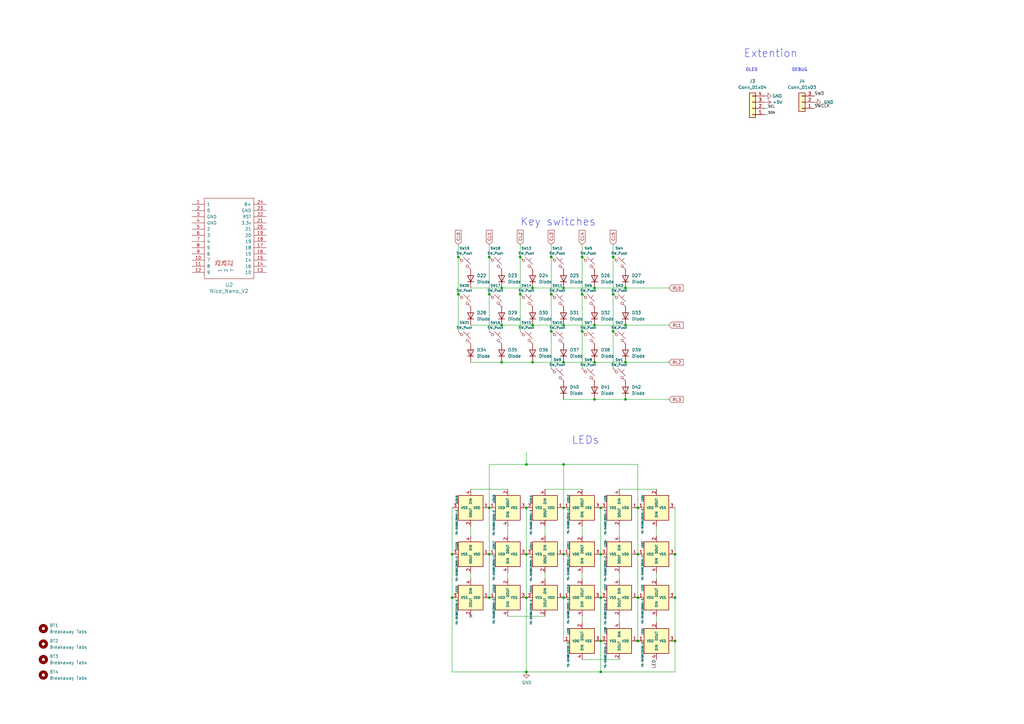
<source format=kicad_sch>
(kicad_sch (version 20250114) (generator "eeschema") (generator_version "9.0")
  (paper "A3")
  (title_block (title "Corne Left") (date "2023-10-07") (rev "4.0.0") (company "foostan"))
  (lib_symbols
    (symbol "Connector_Generic:Conn_01x03" (pin_names (offset 1.016) (hide yes))
      (property "Reference" "J" (at 0 5.08 0))
      (property "Value" "Conn_01x03" (at 0 -5.08 0))
      (symbol "Conn_01x03_1_1"
        (rectangle (start -1.27 3.81) (end 1.27 -3.81) (stroke (width 0.254)) (fill (type background)))
        (rectangle (start -1.27 2.667) (end 0 2.413) (stroke (width 0.1524)))
        (rectangle (start -1.27 0.127) (end 0 -0.127) (stroke (width 0.1524)))
        (rectangle (start -1.27 -2.413) (end 0 -2.667) (stroke (width 0.1524)))
        (pin passive line (at -5.08 2.54 0) (length 3.81) (name "Pin_1") (number "1"))
        (pin passive line (at -5.08 0 0) (length 3.81) (name "Pin_2") (number "2"))
        (pin passive line (at -5.08 -2.54 0) (length 3.81) (name "Pin_3") (number "3"))
      )
    )
    (symbol "Connector_Generic:Conn_01x04" (pin_names (offset 1.016) (hide yes))
      (property "Reference" "J" (at 0 5.08 0))
      (property "Value" "Conn_01x04" (at 0 -7.62 0))
      (symbol "Conn_01x04_1_1"
        (rectangle (start -1.27 3.81) (end 1.27 -6.35) (stroke (width 0.254)) (fill (type background)))
        (rectangle (start -1.27 2.667) (end 0 2.413) (stroke (width 0.1524)))
        (rectangle (start -1.27 0.127) (end 0 -0.127) (stroke (width 0.1524)))
        (rectangle (start -1.27 -2.413) (end 0 -2.667) (stroke (width 0.1524)))
        (rectangle (start -1.27 -4.953) (end 0 -5.207) (stroke (width 0.1524)))
        (pin passive line (at -5.08 2.54 0) (length 3.81) (name "Pin_1") (number "1"))
        (pin passive line (at -5.08 0 0) (length 3.81) (name "Pin_2") (number "2"))
        (pin passive line (at -5.08 -2.54 0) (length 3.81) (name "Pin_3") (number "3"))
        (pin passive line (at -5.08 -5.08 0) (length 3.81) (name "Pin_4") (number "4"))
      )
    )
    (symbol "Mechanical:MountingHole" (pin_names (offset 1.016))
      (property "Reference" "H" (at 0 5.08 0))
      (property "Value" "MountingHole" (at 0 3.175 0))
      (symbol "MountingHole_0_1"
        (circle (center 0 0) (radius 1.27) (stroke (width 1.27)))
      )
    )
    (symbol "ScottoKeebs:MCU_Nice_Nano_V2" (pin_names (offset 1.016))
      (property "Reference" "U" (at 0 0 0))
      (property "Value" "Nice_Nano_V2" (at 0 -19.05 0))
      (symbol "MCU_Nice_Nano_V2_0_1"
        (rectangle (start -10.16 16.51) (end 10.16 -16.51))
      )
      (symbol "MCU_Nice_Nano_V2_1_1"
        (pin input line (at -15.24 13.97 0) (length 5.08) (name "1") (number "1"))
        (pin input line (at -15.24 11.43 0) (length 5.08) (name "0") (number "2"))
        (pin input line (at -15.24 8.89 0) (length 5.08) (name "GND") (number "3"))
        (pin input line (at -15.24 6.35 0) (length 5.08) (name "GND") (number "4"))
        (pin input line (at -15.24 3.81 0) (length 5.08) (name "2") (number "5"))
        (pin input line (at -15.24 1.27 0) (length 5.08) (name "3") (number "6"))
        (pin input line (at -15.24 -1.27 0) (length 5.08) (name "4") (number "7"))
        (pin input line (at -15.24 -3.81 0) (length 5.08) (name "5") (number "8"))
        (pin input line (at -15.24 -6.35 0) (length 5.08) (name "6") (number "9"))
        (pin input line (at -15.24 -8.89 0) (length 5.08) (name "7") (number "10"))
        (pin input line (at -15.24 -11.43 0) (length 5.08) (name "8") (number "11"))
        (pin input line (at -15.24 -13.97 0) (length 5.08) (name "9") (number "12"))
        (pin input line (at -3.81 -8.89 270) (length 2.5) (name "1") (number "25"))
        (pin input line (at -1.27 -8.89 270) (length 2.5) (name "2") (number "26"))
        (pin input line (at 1.27 -8.89 270) (length 2.5) (name "7") (number "27"))
        (pin input line (at 15.24 13.97 180) (length 5.08) (name "B+") (number "24"))
        (pin input line (at 15.24 11.43 180) (length 5.08) (name "GND") (number "23"))
        (pin input line (at 15.24 8.89 180) (length 5.08) (name "RST") (number "22"))
        (pin input line (at 15.24 6.35 180) (length 5.08) (name "3.3v") (number "21"))
        (pin input line (at 15.24 3.81 180) (length 5.08) (name "21") (number "20"))
        (pin input line (at 15.24 1.27 180) (length 5.08) (name "20") (number "19"))
        (pin input line (at 15.24 -1.27 180) (length 5.08) (name "19") (number "18"))
        (pin input line (at 15.24 -3.81 180) (length 5.08) (name "18") (number "17"))
        (pin input line (at 15.24 -6.35 180) (length 5.08) (name "15") (number "16"))
        (pin input line (at 15.24 -8.89 180) (length 5.08) (name "14") (number "15"))
        (pin input line (at 15.24 -11.43 180) (length 5.08) (name "16") (number "14"))
        (pin input line (at 15.24 -13.97 180) (length 5.08) (name "10") (number "13"))
      )
    )
    (symbol "ScottoKeebs:Placeholder_Diode" (pin_numbers (hide yes)) (pin_names (hide yes))
      (property "Reference" "D" (at 0 2.54 0))
      (property "Value" "Diode" (at 0 -2.54 0))
      (symbol "Placeholder_Diode_0_1"
        (polyline (pts (xy -1.27 1.27) (xy -1.27 -1.27)) (stroke (width 0.254)))
        (polyline (pts (xy 1.27 1.27) (xy 1.27 -1.27) (xy -1.27 0) (xy 1.27 1.27)) (stroke (width 0.254)))
        (polyline (pts (xy 1.27 0) (xy -1.27 0)))
      )
      (symbol "Placeholder_Diode_1_1"
        (pin passive line (at -3.81 0 0) (length 2.54) (name "K") (number "1"))
        (pin passive line (at 3.81 0 180) (length 2.54) (name "A") (number "2"))
      )
    )
    (symbol "Switch:SW_Push_45deg" (pin_numbers (hide yes)) (pin_names (offset 1.016) (hide yes))
      (property "Reference" "SW" (at 3.048 1.016 0))
      (property "Value" "SW_Push_45deg" (at 0 -3.81 0))
      (symbol "SW_Push_45deg_0_1"
        (polyline (pts (xy -2.54 2.54) (xy -1.524 1.524) (xy -1.524 1.524)))
        (circle (center -1.1684 1.1684) (radius 0.508))
        (polyline (pts (xy -0.508 2.54) (xy 2.54 -0.508)))
        (polyline (pts (xy 1.016 1.016) (xy 2.032 2.032)))
        (circle (center 1.143 -1.1938) (radius 0.508))
        (polyline (pts (xy 1.524 -1.524) (xy 2.54 -2.54) (xy 2.54 -2.54) (xy 2.54 -2.54)))
        (pin passive line (at -2.54 2.54 0) (length 0) (name "1") (number "1"))
        (pin passive line (at 2.54 -2.54 180) (length 0) (name "2") (number "2"))
      )
    )
    (symbol "kbd_local:YS-SK6812MINI-E" (pin_names (offset 1.016))
      (property "Reference" "LED" (at 2.54 -7.62 0))
      (property "Value" "YS-SK6812MINI-E" (at 6.35 -6.35 0))
      (symbol "YS-SK6812MINI-E_0_1"
        (rectangle (start -5.08 5.08) (end 5.08 -5.08) (stroke (width 0.254)) (fill (type background)))
      )
      (symbol "YS-SK6812MINI-E_1_1"
        (pin input line (at -7.62 0 0) (length 2.54) (name "DIN") (number "4"))
        (pin power_in line (at 0 7.62 270) (length 2.54) (name "VDD") (number "1"))
        (pin power_in line (at 0 -7.62 90) (length 2.54) (name "VSS") (number "3"))
        (pin output line (at 7.62 0 180) (length 2.54) (name "DOUT") (number "2"))
      )
    )
    (symbol "power:+5V" (power) (pin_names (offset 0))
      (property "Value" "+5V" (at 0 3.556 0))
      (symbol "+5V_0_1"
        (polyline (pts (xy -0.762 1.27) (xy 0 2.54)))
        (polyline (pts (xy 0 2.54) (xy 0.762 1.27)))
        (polyline (pts (xy 0 0) (xy 0 2.54)))
      )
      (symbol "+5V_1_1"
        (pin power_in line (at 0 0 90) (length 0) (hide yes) (name "+5V") (number "1"))
      )
    )
    (symbol "power:GND" (power) (pin_names (offset 0))
      (property "Value" "GND" (at 0 -3.81 0))
      (symbol "GND_0_1"
        (polyline (pts (xy 0 0) (xy 0 -1.27) (xy 1.27 -1.27) (xy 0 -2.54) (xy -1.27 -1.27) (xy 0 -1.27)))
      )
      (symbol "GND_1_1"
        (pin power_in line (at 0 0 270) (length 0) (hide yes) (name "GND") (number "1"))
      )
    )
  )
  (text "Key switches" (at 213.36 92.964 0) (effects (font (size 3.175 3.175)) (justify left bottom)))
  (text "OLED" (at 305.816 29.464 0) (effects (font (size 1.27 1.27)) (justify left bottom)))
  (text "DEBUG" (at 324.739 29.464 0) (effects (font (size 1.27 1.27)) (justify left bottom)))
  (text "LEDs" (at 234.442 182.499 0) (effects (font (size 3.175 3.175)) (justify left bottom)))
  (text "Extention" (at 305.054 23.876 0) (effects (font (size 3.175 3.175)) (justify left bottom)))
  (junction (at 215.9 208.28))
  (junction (at 215.9 190.5))
  (junction (at 276.86 262.89))
  (junction (at 256.54 148.59))
  (junction (at 200.66 245.11))
  (junction (at 231.14 245.11))
  (junction (at 218.44 148.59))
  (junction (at 238.76 120.65))
  (junction (at 243.84 133.35))
  (junction (at 256.54 163.83))
  (junction (at 251.46 135.89))
  (junction (at 246.38 262.89))
  (junction (at 246.38 227.33))
  (junction (at 215.9 227.33))
  (junction (at 185.42 245.11))
  (junction (at 256.54 118.11))
  (junction (at 243.84 118.11))
  (junction (at 243.84 163.83))
  (junction (at 187.96 120.65))
  (junction (at 243.84 148.59))
  (junction (at 276.86 245.11))
  (junction (at 231.14 133.35))
  (junction (at 213.36 120.65))
  (junction (at 215.9 245.11))
  (junction (at 231.14 227.33))
  (junction (at 246.38 245.11))
  (junction (at 187.96 105.41))
  (junction (at 256.54 133.35))
  (junction (at 205.74 118.11))
  (junction (at 200.66 120.65))
  (junction (at 238.76 135.89))
  (junction (at 205.74 133.35))
  (junction (at 215.9 275.59))
  (junction (at 200.66 105.41))
  (junction (at 261.62 227.33))
  (junction (at 246.38 275.59))
  (junction (at 251.46 120.65))
  (junction (at 261.62 208.28))
  (junction (at 231.14 118.11))
  (junction (at 205.74 148.59))
  (junction (at 231.14 190.5))
  (junction (at 226.06 120.65))
  (junction (at 218.44 133.35))
  (junction (at 261.62 262.89))
  (junction (at 238.76 105.41))
  (junction (at 251.46 105.41))
  (junction (at 226.06 135.89))
  (junction (at 261.62 245.11))
  (junction (at 231.14 148.59))
  (junction (at 200.66 227.33))
  (junction (at 231.14 208.28))
  (junction (at 276.86 227.33))
  (junction (at 226.06 105.41))
  (junction (at 213.36 105.41))
  (junction (at 218.44 118.11))
  (junction (at 185.42 227.33))
  (junction (at 200.66 208.28))
  (junction (at 246.38 208.28))
  (no_connect (at 193.04 252.73))
  (wire (pts (xy 261.62 208.28) (xy 261.62 227.33)))
  (wire (pts (xy 251.46 135.89) (xy 251.46 151.13)))
  (wire (pts (xy 218.44 148.59) (xy 231.14 148.59)))
  (wire (pts (xy 185.42 227.33) (xy 185.42 245.11)))
  (wire (pts (xy 193.04 118.11) (xy 205.74 118.11)))
  (wire (pts (xy 231.14 163.83) (xy 243.84 163.83)))
  (wire (pts (xy 256.54 133.35) (xy 274.32 133.35)))
  (wire (pts (xy 276.86 208.28) (xy 276.86 227.33)))
  (wire (pts (xy 185.42 275.59) (xy 215.9 275.59)))
  (wire (pts (xy 231.14 245.11) (xy 231.14 262.89)))
  (wire (pts (xy 246.38 245.11) (xy 246.38 262.89)))
  (wire (pts (xy 231.14 118.11) (xy 243.84 118.11)))
  (wire (pts (xy 246.38 227.33) (xy 246.38 245.11)))
  (wire (pts (xy 251.46 120.65) (xy 251.46 135.89)))
  (wire (pts (xy 200.66 120.65) (xy 200.66 135.89)))
  (wire (pts (xy 226.06 105.41) (xy 226.06 120.65)))
  (wire (pts (xy 226.06 100.33) (xy 226.06 105.41)))
  (wire (pts (xy 254 270.51) (xy 238.76 270.51)))
  (wire (pts (xy 261.62 190.5) (xy 261.62 208.28)))
  (wire (pts (xy 256.54 118.11) (xy 274.32 118.11)))
  (wire (pts (xy 205.74 118.11) (xy 218.44 118.11)))
  (wire (pts (xy 193.04 133.35) (xy 205.74 133.35)))
  (wire (pts (xy 314.96 44.45) (xy 313.69 44.45)))
  (wire (pts (xy 213.36 105.41) (xy 213.36 120.65)))
  (wire (pts (xy 231.14 190.5) (xy 261.62 190.5)))
  (wire (pts (xy 231.14 148.59) (xy 243.84 148.59)))
  (wire (pts (xy 238.76 219.71) (xy 238.76 215.9)))
  (wire (pts (xy 256.54 148.59) (xy 274.32 148.59)))
  (wire (pts (xy 254 215.9) (xy 254 219.71)))
  (wire (pts (xy 243.84 133.35) (xy 256.54 133.35)))
  (wire (pts (xy 238.76 237.49) (xy 238.76 234.95)))
  (wire (pts (xy 218.44 118.11) (xy 231.14 118.11)))
  (wire (pts (xy 215.9 208.28) (xy 215.9 227.33)))
  (wire (pts (xy 215.9 245.11) (xy 215.9 275.59)))
  (wire (pts (xy 200.66 105.41) (xy 200.66 120.65)))
  (wire (pts (xy 208.28 219.71) (xy 208.28 215.9)))
  (wire (pts (xy 276.86 275.59) (xy 246.38 275.59)))
  (wire (pts (xy 213.36 120.65) (xy 213.36 135.89)))
  (wire (pts (xy 200.66 190.5) (xy 200.66 208.28)))
  (wire (pts (xy 215.9 275.59) (xy 246.38 275.59)))
  (wire (pts (xy 269.24 215.9) (xy 269.24 219.71)))
  (wire (pts (xy 215.9 190.5) (xy 231.14 190.5)))
  (wire (pts (xy 200.66 100.33) (xy 200.66 105.41)))
  (wire (pts (xy 238.76 252.73) (xy 238.76 255.27)))
  (wire (pts (xy 193.04 148.59) (xy 205.74 148.59)))
  (wire (pts (xy 231.14 227.33) (xy 231.14 245.11)))
  (wire (pts (xy 238.76 200.66) (xy 223.52 200.66)))
  (wire (pts (xy 223.52 234.95) (xy 223.52 237.49)))
  (wire (pts (xy 208.28 200.66) (xy 193.04 200.66)))
  (wire (pts (xy 208.28 252.73) (xy 223.52 252.73)))
  (wire (pts (xy 254 234.95) (xy 254 237.49)))
  (wire (pts (xy 193.04 215.9) (xy 193.04 219.71)))
  (wire (pts (xy 314.96 46.99) (xy 313.69 46.99)))
  (wire (pts (xy 269.24 234.95) (xy 269.24 237.49)))
  (wire (pts (xy 226.06 120.65) (xy 226.06 135.89)))
  (wire (pts (xy 213.36 100.33) (xy 213.36 105.41)))
  (wire (pts (xy 238.76 120.65) (xy 238.76 135.89)))
  (wire (pts (xy 246.38 262.89) (xy 246.38 275.59)))
  (wire (pts (xy 215.9 190.5) (xy 200.66 190.5)))
  (wire (pts (xy 256.54 163.83) (xy 274.32 163.83)))
  (wire (pts (xy 223.52 219.71) (xy 223.52 215.9)))
  (wire (pts (xy 218.44 133.35) (xy 231.14 133.35)))
  (wire (pts (xy 187.96 105.41) (xy 187.96 120.65)))
  (wire (pts (xy 243.84 148.59) (xy 256.54 148.59)))
  (wire (pts (xy 238.76 105.41) (xy 238.76 120.65)))
  (wire (pts (xy 238.76 135.89) (xy 238.76 151.13)))
  (wire (pts (xy 226.06 135.89) (xy 226.06 151.13)))
  (wire (pts (xy 276.86 245.11) (xy 276.86 262.89)))
  (wire (pts (xy 251.46 100.33) (xy 251.46 105.41)))
  (wire (pts (xy 187.96 100.33) (xy 187.96 105.41)))
  (wire (pts (xy 205.74 133.35) (xy 218.44 133.35)))
  (wire (pts (xy 261.62 227.33) (xy 261.62 245.11)))
  (wire (pts (xy 269.24 252.73) (xy 269.24 255.27)))
  (wire (pts (xy 231.14 208.28) (xy 231.14 227.33)))
  (wire (pts (xy 243.84 118.11) (xy 256.54 118.11)))
  (wire (pts (xy 251.46 105.41) (xy 251.46 120.65)))
  (wire (pts (xy 243.84 163.83) (xy 256.54 163.83)))
  (wire (pts (xy 208.28 237.49) (xy 208.28 234.95)))
  (wire (pts (xy 276.86 227.33) (xy 276.86 245.11)))
  (wire (pts (xy 185.42 245.11) (xy 185.42 275.59)))
  (wire (pts (xy 193.04 234.95) (xy 193.04 237.49)))
  (wire (pts (xy 231.14 133.35) (xy 243.84 133.35)))
  (wire (pts (xy 254 200.66) (xy 269.24 200.66)))
  (wire (pts (xy 246.38 208.28) (xy 246.38 227.33)))
  (wire (pts (xy 276.86 262.89) (xy 276.86 275.59)))
  (wire (pts (xy 215.9 227.33) (xy 215.9 245.11)))
  (wire (pts (xy 238.76 100.33) (xy 238.76 105.41)))
  (wire (pts (xy 185.42 208.28) (xy 185.42 227.33)))
  (wire (pts (xy 215.9 185.42) (xy 215.9 190.5)))
  (wire (pts (xy 205.74 148.59) (xy 218.44 148.59)))
  (wire (pts (xy 200.66 208.28) (xy 200.66 227.33)))
  (wire (pts (xy 254 252.73) (xy 254 255.27)))
  (wire (pts (xy 200.66 227.33) (xy 200.66 245.11)))
  (wire (pts (xy 261.62 245.11) (xy 261.62 262.89)))
  (wire (pts (xy 231.14 190.5) (xy 231.14 208.28)))
  (wire (pts (xy 187.96 120.65) (xy 187.96 135.89)))
  (label "SCL" (at 314.96 44.45 0) (effects (font (size 1 1))))
  (label "SDA" (at 314.96 46.99 0) (effects (font (size 1 1))))
  (label "SWCLK" (at 334.01 44.45 0))
  (label "SWD" (at 334.01 39.37 0))
  (label "LED" (at 269.24 270.51 270))
  (global_label "CL1" (shape input) (at 200.66 100.33 90) (property "Intersheetrefs" "${INTERSHEET_REFS}" (effects (hide yes))))
  (global_label "RL3" (shape input) (at 274.32 163.83 0) (property "Intersheetrefs" "${INTERSHEET_REFS}" (effects (hide yes))))
  (global_label "CL5" (shape input) (at 251.46 100.33 90) (property "Intersheetrefs" "${INTERSHEET_REFS}" (effects (hide yes))))
  (global_label "RL0" (shape input) (at 274.32 118.11 0) (property "Intersheetrefs" "${INTERSHEET_REFS}" (effects (hide yes))))
  (global_label "RL1" (shape input) (at 274.32 133.35 0) (property "Intersheetrefs" "${INTERSHEET_REFS}" (effects (hide yes))))
  (global_label "CL0" (shape input) (at 187.96 100.33 90) (property "Intersheetrefs" "${INTERSHEET_REFS}" (effects (hide yes))))
  (global_label "CL2" (shape input) (at 213.36 100.33 90) (property "Intersheetrefs" "${INTERSHEET_REFS}" (effects (hide yes))))
  (global_label "CL3" (shape input) (at 226.06 100.33 90) (property "Intersheetrefs" "${INTERSHEET_REFS}" (effects (hide yes))))
  (global_label "RL2" (shape input) (at 274.32 148.59 0) (property "Intersheetrefs" "${INTERSHEET_REFS}" (effects (hide yes))))
  (global_label "CL4" (shape input) (at 238.76 100.33 90) (property "Intersheetrefs" "${INTERSHEET_REFS}" (effects (hide yes))))
  (symbol (lib_id "kbd_local:YS-SK6812MINI-E") (at 208.28 227.33 90) (unit 1)
    (property "Reference" "LED17" (at 202.565 225.425 0) (effects (font (size 0.7366 0.7366)) (justify left)))
    (property "Value" "YS-SK6812MINI-E" (at 202.565 238.125 0) (effects (font (size 0.7366 0.7366)) (justify left)))
    (property "Footprint" "kbd:YS-SK6812MINI-E" (effects (hide yes)))
  )
  (symbol (lib_id "ScottoKeebs:Placeholder_Diode") (at 243.84 114.3 90) (unit 1)
    (property "Reference" "D26" (at 246.38 113.0299 90) (effects (justify right)))
    (property "Value" "Diode" (at 246.38 115.5699 90) (effects (justify right)))
    (property "Footprint" "Diode_SMD:D_SOD-123" (effects (hide yes)))
    (property "Description" "1N4148 (DO-35) or 1N4148W (SOD-123)" (effects (hide yes)))
    (property "Sim.Device" "D" (effects (hide yes)))
    (property "Sim.Pins" "1=K 2=A" (effects (hide yes)))
  )
  (symbol (lib_id "Switch:SW_Push_45deg") (at 241.3 107.95 0) (unit 1)
    (property "Reference" "SW5" (at 241.3 101.854 0) (effects (font (size 1 1))))
    (property "Value" "SW_Push" (at 241.3 103.886 0) (effects (font (size 1 1))))
    (property "Footprint" "kbd:keyswitch_cherrymx_hotswap_1u" (effects (hide yes)))
    (property "Description" "Push button switch, normally open, two pins, 45° tilted" (effects (hide yes)))
  )
  (symbol (lib_id "kbd_local:YS-SK6812MINI-E") (at 254 227.33 270) (unit 1)
    (property "Reference" "LED6" (at 248.285 221.615 0) (effects (font (size 0.7366 0.7366)) (justify left)))
    (property "Value" "YS-SK6812MINI-E" (at 248.285 227.965 0) (effects (font (size 0.7366 0.7366)) (justify left)))
    (property "Footprint" "kbd:YS-SK6812MINI-E" (effects (hide yes)))
  )
  (symbol (lib_id "kbd_local:YS-SK6812MINI-E") (at 269.24 208.28 90) (unit 1)
    (property "Reference" "LED4" (at 263.525 205.74 0) (effects (font (size 0.7366 0.7366)) (justify left)))
    (property "Value" "YS-SK6812MINI-E" (at 263.525 219.075 0) (effects (font (size 0.7366 0.7366)) (justify left)))
    (property "Footprint" "kbd:YS-SK6812MINI-E" (effects (hide yes)))
  )
  (symbol (lib_id "Switch:SW_Push_45deg") (at 254 107.95 0) (unit 1)
    (property "Reference" "SW4" (at 254 101.854 0) (effects (font (size 1 1))))
    (property "Value" "SW_Push" (at 254 103.886 0) (effects (font (size 1 1))))
    (property "Footprint" "kbd:keyswitch_cherrymx_hotswap_1u" (effects (hide yes)))
    (property "Description" "Push button switch, normally open, two pins, 45° tilted" (effects (hide yes)))
  )
  (symbol (lib_id "ScottoKeebs:Placeholder_Diode") (at 256.54 129.54 90) (unit 1)
    (property "Reference" "D33" (at 259.08 128.2699 90) (effects (justify right)))
    (property "Value" "Diode" (at 259.08 130.8099 90) (effects (justify right)))
    (property "Footprint" "Diode_SMD:D_SOD-123" (effects (hide yes)))
    (property "Description" "1N4148 (DO-35) or 1N4148W (SOD-123)" (effects (hide yes)))
    (property "Sim.Device" "D" (effects (hide yes)))
    (property "Sim.Pins" "1=K 2=A" (effects (hide yes)))
  )
  (symbol (lib_id "Switch:SW_Push_45deg") (at 228.6 107.95 0) (unit 1)
    (property "Reference" "SW12" (at 228.6 101.854 0) (effects (font (size 1 1))))
    (property "Value" "SW_Push" (at 228.6 103.886 0) (effects (font (size 1 1))))
    (property "Footprint" "kbd:keyswitch_cherrymx_hotswap_1u" (effects (hide yes)))
    (property "Description" "Push button switch, normally open, two pins, 45° tilted" (effects (hide yes)))
  )
  (symbol (lib_id "Switch:SW_Push_45deg") (at 241.3 138.43 0) (unit 1)
    (property "Reference" "SW7" (at 241.3 132.334 0) (effects (font (size 1 1))))
    (property "Value" "SW_Push" (at 241.3 134.366 0) (effects (font (size 1 1))))
    (property "Footprint" "kbd:keyswitch_cherrymx_hotswap_1u" (effects (hide yes)))
    (property "Description" "Push button switch, normally open, two pins, 45° tilted" (effects (hide yes)))
  )
  (symbol (lib_id "Switch:SW_Push_45deg") (at 190.5 138.43 0) (unit 1)
    (property "Reference" "SW21" (at 190.5 132.334 0) (effects (font (size 1 1))))
    (property "Value" "SW_Push" (at 190.5 134.366 0) (effects (font (size 1 1))))
    (property "Footprint" "kbd:keyswitch_cherrymx_hotswap_1u" (effects (hide yes)))
    (property "Description" "Push button switch, normally open, two pins, 45° tilted" (effects (hide yes)))
  )
  (symbol (lib_id "kbd_local:YS-SK6812MINI-E") (at 208.28 208.28 90) (unit 1)
    (property "Reference" "LED18" (at 202.565 206.375 0) (effects (font (size 0.7366 0.7366)) (justify left)))
    (property "Value" "YS-SK6812MINI-E" (at 202.565 219.71 0) (effects (font (size 0.7366 0.7366)) (justify left)))
    (property "Footprint" "kbd:YS-SK6812MINI-E" (effects (hide yes)))
  )
  (symbol (lib_id "power:GND") (at 215.9 275.59 0) (unit 1)
    (property "Reference" "#PWR035" (effects (hide yes)))
    (property "Value" "GND" (at 216.027 279.9842 0))
  )
  (symbol (lib_id "Switch:SW_Push_45deg") (at 190.5 107.95 0) (unit 1)
    (property "Reference" "SW19" (at 190.5 101.854 0) (effects (font (size 1 1))))
    (property "Value" "SW_Push" (at 190.5 103.886 0) (effects (font (size 1 1))))
    (property "Footprint" "kbd:keyswitch_cherrymx_hotswap_1u" (effects (hide yes)))
    (property "Description" "Push button switch, normally open, two pins, 45° tilted" (effects (hide yes)))
  )
  (symbol (lib_id "kbd_local:YS-SK6812MINI-E") (at 238.76 227.33 90) (unit 1)
    (property "Reference" "LED11" (at 233.045 225.425 0) (effects (font (size 0.7366 0.7366)) (justify left)))
    (property "Value" "YS-SK6812MINI-E" (at 233.045 238.125 0) (effects (font (size 0.7366 0.7366)) (justify left)))
    (property "Footprint" "kbd:YS-SK6812MINI-E" (effects (hide yes)))
  )
  (symbol (lib_id "kbd_local:YS-SK6812MINI-E") (at 269.24 245.11 90) (unit 1)
    (property "Reference" "LED2" (at 263.525 242.57 0) (effects (font (size 0.7366 0.7366)) (justify left)))
    (property "Value" "YS-SK6812MINI-E" (at 263.525 255.905 0) (effects (font (size 0.7366 0.7366)) (justify left)))
    (property "Footprint" "kbd:YS-SK6812MINI-E" (effects (hide yes)))
  )
  (symbol (lib_id "Switch:SW_Push_45deg") (at 241.3 123.19 0) (unit 1)
    (property "Reference" "SW6" (at 241.3 117.094 0) (effects (font (size 1 1))))
    (property "Value" "SW_Push" (at 241.3 119.126 0) (effects (font (size 1 1))))
    (property "Footprint" "kbd:keyswitch_cherrymx_hotswap_1u" (effects (hide yes)))
    (property "Description" "Push button switch, normally open, two pins, 45° tilted" (effects (hide yes)))
  )
  (symbol (lib_id "power:+5V") (at 313.69 41.91 270) (unit 1)
    (property "Reference" "#PWR061" (effects (hide yes)))
    (property "Value" "+5V" (at 316.865 41.91 90) (effects (justify left)))
  )
  (symbol (lib_id "ScottoKeebs:Placeholder_Diode") (at 218.44 129.54 90) (unit 1)
    (property "Reference" "D30" (at 220.98 128.2699 90) (effects (justify right)))
    (property "Value" "Diode" (at 220.98 130.8099 90) (effects (justify right)))
    (property "Footprint" "Diode_SMD:D_SOD-123" (effects (hide yes)))
    (property "Description" "1N4148 (DO-35) or 1N4148W (SOD-123)" (effects (hide yes)))
    (property "Sim.Device" "D" (effects (hide yes)))
    (property "Sim.Pins" "1=K 2=A" (effects (hide yes)))
  )
  (symbol (lib_id "kbd_local:YS-SK6812MINI-E") (at 254 208.28 270) (unit 1)
    (property "Reference" "LED5" (at 248.285 203.2 0) (effects (font (size 0.7366 0.7366)) (justify left)))
    (property "Value" "YS-SK6812MINI-E" (at 248.285 208.915 0) (effects (font (size 0.7366 0.7366)) (justify left)))
    (property "Footprint" "kbd:YS-SK6812MINI-E" (effects (hide yes)))
  )
  (symbol (lib_id "Switch:SW_Push_45deg") (at 254 153.67 0) (unit 1)
    (property "Reference" "SW1" (at 254 147.574 0) (effects (font (size 1 1))))
    (property "Value" "SW_Push" (at 254 149.606 0) (effects (font (size 1 1))))
    (property "Footprint" "kbd:keyswitch_cherrymx_hotswap_1.5u" (effects (hide yes)))
    (property "Description" "Push button switch, normally open, two pins, 45° tilted" (effects (hide yes)))
  )
  (symbol (lib_id "Switch:SW_Push_45deg") (at 215.9 123.19 0) (unit 1)
    (property "Reference" "SW14" (at 215.9 117.094 0) (effects (font (size 1 1))))
    (property "Value" "SW_Push" (at 215.9 119.126 0) (effects (font (size 1 1))))
    (property "Footprint" "kbd:keyswitch_cherrymx_hotswap_1u" (effects (hide yes)))
    (property "Description" "Push button switch, normally open, two pins, 45° tilted" (effects (hide yes)))
  )
  (symbol (lib_id "Mechanical:MountingHole") (at 17.78 264.16 0) (unit 1)
    (property "Reference" "BT2" (at 20.32 262.89 0) (effects (justify left)))
    (property "Value" "Breakaway Tabs" (at 20.32 265.43 0) (effects (justify left)))
    (property "Footprint" "kbd:Breakaway_Tabs" (effects (hide yes)))
  )
  (symbol (lib_id "Switch:SW_Push_45deg") (at 203.2 123.19 0) (unit 1)
    (property "Reference" "SW17" (at 203.2 117.094 0) (effects (font (size 1 1))))
    (property "Value" "SW_Push" (at 203.2 119.126 0) (effects (font (size 1 1))))
    (property "Footprint" "kbd:keyswitch_cherrymx_hotswap_1u" (effects (hide yes)))
    (property "Description" "Push button switch, normally open, two pins, 45° tilted" (effects (hide yes)))
  )
  (symbol (lib_id "kbd_local:YS-SK6812MINI-E") (at 223.52 208.28 270) (unit 1)
    (property "Reference" "LED13" (at 217.805 203.2 0) (effects (font (size 0.7366 0.7366)) (justify left)))
    (property "Value" "YS-SK6812MINI-E" (at 217.805 208.915 0) (effects (font (size 0.7366 0.7366)) (justify left)))
    (property "Footprint" "kbd:YS-SK6812MINI-E" (effects (hide yes)))
  )
  (symbol (lib_id "ScottoKeebs:Placeholder_Diode") (at 243.84 160.02 90) (unit 1)
    (property "Reference" "D41" (at 246.38 158.7499 90) (effects (justify right)))
    (property "Value" "Diode" (at 246.38 161.2899 90) (effects (justify right)))
    (property "Footprint" "Diode_SMD:D_SOD-123" (effects (hide yes)))
    (property "Description" "1N4148 (DO-35) or 1N4148W (SOD-123)" (effects (hide yes)))
    (property "Sim.Device" "D" (effects (hide yes)))
    (property "Sim.Pins" "1=K 2=A" (effects (hide yes)))
  )
  (symbol (lib_id "kbd_local:YS-SK6812MINI-E") (at 193.04 245.11 270) (unit 1)
    (property "Reference" "LED21" (at 187.325 240.03 0) (effects (font (size 0.7366 0.7366)) (justify left)))
    (property "Value" "YS-SK6812MINI-E" (at 187.325 245.745 0) (effects (font (size 0.7366 0.7366)) (justify left)))
    (property "Footprint" "kbd:YS-SK6812MINI-E" (effects (hide yes)))
  )
  (symbol (lib_id "ScottoKeebs:Placeholder_Diode") (at 231.14 160.02 90) (unit 1)
    (property "Reference" "D40" (at 233.68 158.7499 90) (effects (justify right)))
    (property "Value" "Diode" (at 233.68 161.2899 90) (effects (justify right)))
    (property "Footprint" "Diode_SMD:D_SOD-123" (effects (hide yes)))
    (property "Description" "1N4148 (DO-35) or 1N4148W (SOD-123)" (effects (hide yes)))
    (property "Sim.Device" "D" (effects (hide yes)))
    (property "Sim.Pins" "1=K 2=A" (effects (hide yes)))
  )
  (symbol (lib_id "power:GND") (at 334.01 41.91 90) (unit 1)
    (property "Reference" "#PWR062" (effects (hide yes)))
    (property "Value" "GND" (at 337.82 41.91 90) (effects (justify right)))
  )
  (symbol (lib_id "kbd_local:YS-SK6812MINI-E") (at 223.52 227.33 270) (unit 1)
    (property "Reference" "LED14" (at 217.805 222.25 0) (effects (font (size 0.7366 0.7366)) (justify left)))
    (property "Value" "YS-SK6812MINI-E" (at 217.805 227.965 0) (effects (font (size 0.7366 0.7366)) (justify left)))
    (property "Footprint" "kbd:YS-SK6812MINI-E" (effects (hide yes)))
  )
  (symbol (lib_id "kbd_local:YS-SK6812MINI-E") (at 193.04 208.28 270) (unit 1)
    (property "Reference" "LED19" (at 187.325 203.2 0) (effects (font (size 0.7366 0.7366)) (justify left)))
    (property "Value" "YS-SK6812MINI-E" (at 187.325 208.915 0) (effects (font (size 0.7366 0.7366)) (justify left)))
    (property "Footprint" "kbd:YS-SK6812MINI-E" (effects (hide yes)))
  )
  (symbol (lib_id "Switch:SW_Push_45deg") (at 203.2 138.43 0) (unit 1)
    (property "Reference" "SW16" (at 203.2 132.334 0) (effects (font (size 1 1))))
    (property "Value" "SW_Push" (at 203.2 134.366 0) (effects (font (size 1 1))))
    (property "Footprint" "kbd:keyswitch_cherrymx_hotswap_1u" (effects (hide yes)))
    (property "Description" "Push button switch, normally open, two pins, 45° tilted" (effects (hide yes)))
  )
  (symbol (lib_id "Switch:SW_Push_45deg") (at 215.9 138.43 0) (unit 1)
    (property "Reference" "SW15" (at 215.9 132.334 0) (effects (font (size 1 1))))
    (property "Value" "SW_Push" (at 215.9 134.366 0) (effects (font (size 1 1))))
    (property "Footprint" "kbd:keyswitch_cherrymx_hotswap_1u" (effects (hide yes)))
    (property "Description" "Push button switch, normally open, two pins, 45° tilted" (effects (hide yes)))
  )
  (symbol (lib_id "Switch:SW_Push_45deg") (at 203.2 107.95 0) (unit 1)
    (property "Reference" "SW18" (at 203.2 101.854 0) (effects (font (size 1 1))))
    (property "Value" "SW_Push" (at 203.2 103.886 0) (effects (font (size 1 1))))
    (property "Footprint" "kbd:keyswitch_cherrymx_hotswap_1u" (effects (hide yes)))
    (property "Description" "Push button switch, normally open, two pins, 45° tilted" (effects (hide yes)))
  )
  (symbol (lib_id "ScottoKeebs:Placeholder_Diode") (at 231.14 114.3 90) (unit 1)
    (property "Reference" "D25" (at 233.68 113.0299 90) (effects (justify right)))
    (property "Value" "Diode" (at 233.68 115.5699 90) (effects (justify right)))
    (property "Footprint" "Diode_SMD:D_SOD-123" (effects (hide yes)))
    (property "Description" "1N4148 (DO-35) or 1N4148W (SOD-123)" (effects (hide yes)))
    (property "Sim.Device" "D" (effects (hide yes)))
    (property "Sim.Pins" "1=K 2=A" (effects (hide yes)))
  )
  (symbol (lib_id "ScottoKeebs:Placeholder_Diode") (at 205.74 144.78 90) (unit 1)
    (property "Reference" "D35" (at 208.28 143.5099 90) (effects (justify right)))
    (property "Value" "Diode" (at 208.28 146.0499 90) (effects (justify right)))
    (property "Footprint" "Diode_SMD:D_SOD-123" (effects (hide yes)))
    (property "Description" "1N4148 (DO-35) or 1N4148W (SOD-123)" (effects (hide yes)))
    (property "Sim.Device" "D" (effects (hide yes)))
    (property "Sim.Pins" "1=K 2=A" (effects (hide yes)))
  )
  (symbol (lib_id "kbd_local:YS-SK6812MINI-E") (at 254 262.89 270) (unit 1)
    (property "Reference" "LED8" (at 248.285 257.175 0) (effects (font (size 0.7366 0.7366)) (justify left)))
    (property "Value" "YS-SK6812MINI-E" (at 248.285 263.525 0) (effects (font (size 0.7366 0.7366)) (justify left)))
    (property "Footprint" "kbd:YS-SK6812MINI-E" (effects (hide yes)))
  )
  (symbol (lib_id "power:GND") (at 313.69 39.37 90) (unit 1)
    (property "Reference" "#PWR060" (effects (hide yes)))
    (property "Value" "GND" (at 318.77 39.37 90))
  )
  (symbol (lib_id "ScottoKeebs:Placeholder_Diode") (at 256.54 160.02 90) (unit 1)
    (property "Reference" "D42" (at 259.08 158.7499 90) (effects (justify right)))
    (property "Value" "Diode" (at 259.08 161.2899 90) (effects (justify right)))
    (property "Footprint" "Diode_SMD:D_SOD-123" (effects (hide yes)))
    (property "Description" "1N4148 (DO-35) or 1N4148W (SOD-123)" (effects (hide yes)))
    (property "Sim.Device" "D" (effects (hide yes)))
    (property "Sim.Pins" "1=K 2=A" (effects (hide yes)))
  )
  (symbol (lib_id "kbd_local:YS-SK6812MINI-E") (at 238.76 208.28 90) (unit 1)
    (property "Reference" "LED12" (at 233.045 206.375 0) (effects (font (size 0.7366 0.7366)) (justify left)))
    (property "Value" "YS-SK6812MINI-E" (at 233.045 219.075 0) (effects (font (size 0.7366 0.7366)) (justify left)))
    (property "Footprint" "kbd:YS-SK6812MINI-E" (effects (hide yes)))
  )
  (symbol (lib_id "ScottoKeebs:Placeholder_Diode") (at 218.44 114.3 90) (unit 1)
    (property "Reference" "D24" (at 220.98 113.0299 90) (effects (justify right)))
    (property "Value" "Diode" (at 220.98 115.5699 90) (effects (justify right)))
    (property "Footprint" "Diode_SMD:D_SOD-123" (effects (hide yes)))
    (property "Description" "1N4148 (DO-35) or 1N4148W (SOD-123)" (effects (hide yes)))
    (property "Sim.Device" "D" (effects (hide yes)))
    (property "Sim.Pins" "1=K 2=A" (effects (hide yes)))
  )
  (symbol (lib_id "kbd_local:YS-SK6812MINI-E") (at 238.76 262.89 90) (unit 1)
    (property "Reference" "LED9" (at 233.045 260.35 0) (effects (font (size 0.7366 0.7366)) (justify left)))
    (property "Value" "YS-SK6812MINI-E" (at 233.045 273.685 0) (effects (font (size 0.7366 0.7366)) (justify left)))
    (property "Footprint" "kbd:YS-SK6812MINI-E" (effects (hide yes)))
  )
  (symbol (lib_id "Switch:SW_Push_45deg") (at 254 138.43 0) (unit 1)
    (property "Reference" "SW2" (at 254 132.334 0) (effects (font (size 1 1))))
    (property "Value" "SW_Push" (at 254 134.366 0) (effects (font (size 1 1))))
    (property "Footprint" "kbd:keyswitch_cherrymx_hotswap_1u" (effects (hide yes)))
    (property "Description" "Push button switch, normally open, two pins, 45° tilted" (effects (hide yes)))
  )
  (symbol (lib_id "Mechanical:MountingHole") (at 17.78 270.51 0) (unit 1)
    (property "Reference" "BT3" (at 20.32 269.24 0) (effects (justify left)))
    (property "Value" "Breakaway Tabs" (at 20.32 271.78 0) (effects (justify left)))
    (property "Footprint" "kbd:Breakaway_Tabs" (effects (hide yes)))
  )
  (symbol (lib_id "ScottoKeebs:Placeholder_Diode") (at 205.74 114.3 90) (unit 1)
    (property "Reference" "D23" (at 208.28 113.0299 90) (effects (justify right)))
    (property "Value" "Diode" (at 208.28 115.5699 90) (effects (justify right)))
    (property "Footprint" "Diode_SMD:D_SOD-123" (effects (hide yes)))
    (property "Description" "1N4148 (DO-35) or 1N4148W (SOD-123)" (effects (hide yes)))
    (property "Sim.Device" "D" (effects (hide yes)))
    (property "Sim.Pins" "1=K 2=A" (effects (hide yes)))
  )
  (symbol (lib_id "ScottoKeebs:Placeholder_Diode") (at 193.04 114.3 90) (unit 1)
    (property "Reference" "D22" (at 195.58 113.0299 90) (effects (justify right)))
    (property "Value" "Diode" (at 195.58 115.5699 90) (effects (justify right)))
    (property "Footprint" "Diode_SMD:D_SOD-123" (effects (hide yes)))
    (property "Description" "1N4148 (DO-35) or 1N4148W (SOD-123)" (effects (hide yes)))
    (property "Sim.Device" "D" (effects (hide yes)))
    (property "Sim.Pins" "1=K 2=A" (effects (hide yes)))
  )
  (symbol (lib_id "Connector_Generic:Conn_01x04") (at 308.61 44.45 180) (unit 1)
    (property "Reference" "J3" (at 308.61 33.274 0))
    (property "Value" "Conn_01x04" (at 308.61 35.814 0))
    (property "Footprint" "kbd:OLED" (effects (hide yes)))
  )
  (symbol (lib_id "Mechanical:MountingHole") (at 17.78 276.86 0) (unit 1)
    (property "Reference" "BT4" (at 20.32 275.59 0) (effects (justify left)))
    (property "Value" "Breakaway Tabs" (at 20.32 278.13 0) (effects (justify left)))
    (property "Footprint" "kbd:Breakaway_Tabs" (effects (hide yes)))
  )
  (symbol (lib_id "ScottoKeebs:Placeholder_Diode") (at 243.84 129.54 90) (unit 1)
    (property "Reference" "D32" (at 246.38 128.2699 90) (effects (justify right)))
    (property "Value" "Diode" (at 246.38 130.8099 90) (effects (justify right)))
    (property "Footprint" "Diode_SMD:D_SOD-123" (effects (hide yes)))
    (property "Description" "1N4148 (DO-35) or 1N4148W (SOD-123)" (effects (hide yes)))
    (property "Sim.Device" "D" (effects (hide yes)))
    (property "Sim.Pins" "1=K 2=A" (effects (hide yes)))
  )
  (symbol (lib_id "ScottoKeebs:Placeholder_Diode") (at 205.74 129.54 90) (unit 1)
    (property "Reference" "D29" (at 208.28 128.2699 90) (effects (justify right)))
    (property "Value" "Diode" (at 208.28 130.8099 90) (effects (justify right)))
    (property "Footprint" "Diode_SMD:D_SOD-123" (effects (hide yes)))
    (property "Description" "1N4148 (DO-35) or 1N4148W (SOD-123)" (effects (hide yes)))
    (property "Sim.Device" "D" (effects (hide yes)))
    (property "Sim.Pins" "1=K 2=A" (effects (hide yes)))
  )
  (symbol (lib_id "ScottoKeebs:Placeholder_Diode") (at 256.54 114.3 90) (unit 1)
    (property "Reference" "D27" (at 259.08 113.0299 90) (effects (justify right)))
    (property "Value" "Diode" (at 259.08 115.5699 90) (effects (justify right)))
    (property "Footprint" "Diode_SMD:D_SOD-123" (effects (hide yes)))
    (property "Description" "1N4148 (DO-35) or 1N4148W (SOD-123)" (effects (hide yes)))
    (property "Sim.Device" "D" (effects (hide yes)))
    (property "Sim.Pins" "1=K 2=A" (effects (hide yes)))
  )
  (symbol (lib_id "ScottoKeebs:Placeholder_Diode") (at 243.84 144.78 90) (unit 1)
    (property "Reference" "D38" (at 246.38 143.5099 90) (effects (justify right)))
    (property "Value" "Diode" (at 246.38 146.0499 90) (effects (justify right)))
    (property "Footprint" "Diode_SMD:D_SOD-123" (effects (hide yes)))
    (property "Description" "1N4148 (DO-35) or 1N4148W (SOD-123)" (effects (hide yes)))
    (property "Sim.Device" "D" (effects (hide yes)))
    (property "Sim.Pins" "1=K 2=A" (effects (hide yes)))
  )
  (symbol (lib_id "ScottoKeebs:Placeholder_Diode") (at 218.44 144.78 90) (unit 1)
    (property "Reference" "D36" (at 220.98 143.5099 90) (effects (justify right)))
    (property "Value" "Diode" (at 220.98 146.0499 90) (effects (justify right)))
    (property "Footprint" "Diode_SMD:D_SOD-123" (effects (hide yes)))
    (property "Description" "1N4148 (DO-35) or 1N4148W (SOD-123)" (effects (hide yes)))
    (property "Sim.Device" "D" (effects (hide yes)))
    (property "Sim.Pins" "1=K 2=A" (effects (hide yes)))
  )
  (symbol (lib_id "ScottoKeebs:Placeholder_Diode") (at 231.14 144.78 90) (unit 1)
    (property "Reference" "D37" (at 233.68 143.5099 90) (effects (justify right)))
    (property "Value" "Diode" (at 233.68 146.0499 90) (effects (justify right)))
    (property "Footprint" "Diode_SMD:D_SOD-123" (effects (hide yes)))
    (property "Description" "1N4148 (DO-35) or 1N4148W (SOD-123)" (effects (hide yes)))
    (property "Sim.Device" "D" (effects (hide yes)))
    (property "Sim.Pins" "1=K 2=A" (effects (hide yes)))
  )
  (symbol (lib_id "ScottoKeebs:Placeholder_Diode") (at 231.14 129.54 90) (unit 1)
    (property "Reference" "D31" (at 233.68 128.2699 90) (effects (justify right)))
    (property "Value" "Diode" (at 233.68 130.8099 90) (effects (justify right)))
    (property "Footprint" "Diode_SMD:D_SOD-123" (effects (hide yes)))
    (property "Description" "1N4148 (DO-35) or 1N4148W (SOD-123)" (effects (hide yes)))
    (property "Sim.Device" "D" (effects (hide yes)))
    (property "Sim.Pins" "1=K 2=A" (effects (hide yes)))
  )
  (symbol (lib_id "Switch:SW_Push_45deg") (at 228.6 123.19 0) (unit 1)
    (property "Reference" "SW11" (at 228.6 117.094 0) (effects (font (size 1 1))))
    (property "Value" "SW_Push" (at 228.6 119.126 0) (effects (font (size 1 1))))
    (property "Footprint" "kbd:keyswitch_cherrymx_hotswap_1u" (effects (hide yes)))
    (property "Description" "Push button switch, normally open, two pins, 45° tilted" (effects (hide yes)))
  )
  (symbol (lib_id "Connector_Generic:Conn_01x03") (at 328.93 41.91 180) (unit 1)
    (property "Reference" "J4" (at 328.93 33.274 0))
    (property "Value" "Conn_01x03" (at 328.93 35.814 0))
    (property "Footprint" "Connector_PinHeader_2.54mm:PinHeader_1x03_P2.54mm_Vertical" (effects (hide yes)))
  )
  (symbol (lib_id "ScottoKeebs:Placeholder_Diode") (at 193.04 129.54 90) (unit 1)
    (property "Reference" "D28" (at 195.58 128.2699 90) (effects (justify right)))
    (property "Value" "Diode" (at 195.58 130.8099 90) (effects (justify right)))
    (property "Footprint" "Diode_SMD:D_SOD-123" (effects (hide yes)))
    (property "Description" "1N4148 (DO-35) or 1N4148W (SOD-123)" (effects (hide yes)))
    (property "Sim.Device" "D" (effects (hide yes)))
    (property "Sim.Pins" "1=K 2=A" (effects (hide yes)))
  )
  (symbol (lib_id "Switch:SW_Push_45deg") (at 190.5 123.19 0) (unit 1)
    (property "Reference" "SW20" (at 190.5 117.094 0) (effects (font (size 1 1))))
    (property "Value" "SW_Push" (at 190.5 119.126 0) (effects (font (size 1 1))))
    (property "Footprint" "kbd:keyswitch_cherrymx_hotswap_1u" (effects (hide yes)))
    (property "Description" "Push button switch, normally open, two pins, 45° tilted" (effects (hide yes)))
  )
  (symbol (lib_id "kbd_local:YS-SK6812MINI-E") (at 223.52 245.11 270) (unit 1)
    (property "Reference" "LED15" (at 217.805 240.03 0) (effects (font (size 0.7366 0.7366)) (justify left)))
    (property "Value" "YS-SK6812MINI-E" (at 217.805 245.745 0) (effects (font (size 0.7366 0.7366)) (justify left)))
    (property "Footprint" "kbd:YS-SK6812MINI-E" (effects (hide yes)))
  )
  (symbol (lib_id "Switch:SW_Push_45deg") (at 215.9 107.95 0) (unit 1)
    (property "Reference" "SW13" (at 215.9 101.854 0) (effects (font (size 1 1))))
    (property "Value" "SW_Push" (at 215.9 103.886 0) (effects (font (size 1 1))))
    (property "Footprint" "kbd:keyswitch_cherrymx_hotswap_1u" (effects (hide yes)))
    (property "Description" "Push button switch, normally open, two pins, 45° tilted" (effects (hide yes)))
  )
  (symbol (lib_id "kbd_local:YS-SK6812MINI-E") (at 208.28 245.11 90) (unit 1)
    (property "Reference" "LED16" (at 202.565 243.205 0) (effects (font (size 0.7366 0.7366)) (justify left)))
    (property "Value" "YS-SK6812MINI-E" (at 202.565 255.905 0) (effects (font (size 0.7366 0.7366)) (justify left)))
    (property "Footprint" "kbd:YS-SK6812MINI-E" (effects (hide yes)))
  )
  (symbol (lib_id "Switch:SW_Push_45deg") (at 241.3 153.67 0) (unit 1)
    (property "Reference" "SW8" (at 241.3 147.574 0) (effects (font (size 1 1))))
    (property "Value" "SW_Push" (at 241.3 149.606 0) (effects (font (size 1 1))))
    (property "Footprint" "kbd:keyswitch_cherrymx_hotswap_1u" (effects (hide yes)))
    (property "Description" "Push button switch, normally open, two pins, 45° tilted" (effects (hide yes)))
  )
  (symbol (lib_id "kbd_local:YS-SK6812MINI-E") (at 254 245.11 270) (unit 1)
    (property "Reference" "LED7" (at 248.285 239.395 0) (effects (font (size 0.7366 0.7366)) (justify left)))
    (property "Value" "YS-SK6812MINI-E" (at 248.285 245.745 0) (effects (font (size 0.7366 0.7366)) (justify left)))
    (property "Footprint" "kbd:YS-SK6812MINI-E" (effects (hide yes)))
  )
  (symbol (lib_id "ScottoKeebs:Placeholder_Diode") (at 256.54 144.78 90) (unit 1)
    (property "Reference" "D39" (at 259.08 143.5099 90) (effects (justify right)))
    (property "Value" "Diode" (at 259.08 146.0499 90) (effects (justify right)))
    (property "Footprint" "Diode_SMD:D_SOD-123" (effects (hide yes)))
    (property "Description" "1N4148 (DO-35) or 1N4148W (SOD-123)" (effects (hide yes)))
    (property "Sim.Device" "D" (effects (hide yes)))
    (property "Sim.Pins" "1=K 2=A" (effects (hide yes)))
  )
  (symbol (lib_id "kbd_local:YS-SK6812MINI-E") (at 269.24 262.89 90) (unit 1)
    (property "Reference" "LED1" (at 263.525 260.35 0) (effects (font (size 0.7366 0.7366)) (justify left)))
    (property "Value" "YS-SK6812MINI-E" (at 263.525 273.685 0) (effects (font (size 0.7366 0.7366)) (justify left)))
    (property "Footprint" "kbd:YS-SK6812MINI-E" (effects (hide yes)))
  )
  (symbol (lib_id "Switch:SW_Push_45deg") (at 228.6 153.67 0) (unit 1)
    (property "Reference" "SW9" (at 228.6 147.574 0) (effects (font (size 1 1))))
    (property "Value" "SW_Push" (at 228.6 149.606 0) (effects (font (size 1 1))))
    (property "Footprint" "kbd:keyswitch_cherrymx_hotswap_1u" (effects (hide yes)))
    (property "Description" "Push button switch, normally open, two pins, 45° tilted" (effects (hide yes)))
  )
  (symbol (lib_id "kbd_local:YS-SK6812MINI-E") (at 238.76 245.11 90) (unit 1)
    (property "Reference" "LED10" (at 233.045 243.205 0) (effects (font (size 0.7366 0.7366)) (justify left)))
    (property "Value" "YS-SK6812MINI-E" (at 233.045 255.905 0) (effects (font (size 0.7366 0.7366)) (justify left)))
    (property "Footprint" "kbd:YS-SK6812MINI-E" (effects (hide yes)))
  )
  (symbol (lib_id "kbd_local:YS-SK6812MINI-E") (at 269.24 227.33 90) (unit 1)
    (property "Reference" "LED3" (at 263.525 224.79 0) (effects (font (size 0.7366 0.7366)) (justify left)))
    (property "Value" "YS-SK6812MINI-E" (at 263.525 238.125 0) (effects (font (size 0.7366 0.7366)) (justify left)))
    (property "Footprint" "kbd:YS-SK6812MINI-E" (effects (hide yes)))
  )
  (symbol (lib_id "Switch:SW_Push_45deg") (at 254 123.19 0) (unit 1)
    (property "Reference" "SW3" (at 254 117.094 0) (effects (font (size 1 1))))
    (property "Value" "SW_Push" (at 254 119.126 0) (effects (font (size 1 1))))
    (property "Footprint" "kbd:keyswitch_cherrymx_hotswap_1u" (effects (hide yes)))
    (property "Description" "Push button switch, normally open, two pins, 45° tilted" (effects (hide yes)))
  )
  (symbol (lib_id "kbd_local:YS-SK6812MINI-E") (at 193.04 227.33 270) (unit 1)
    (property "Reference" "LED20" (at 187.325 222.25 0) (effects (font (size 0.7366 0.7366)) (justify left)))
    (property "Value" "YS-SK6812MINI-E" (at 187.325 227.965 0) (effects (font (size 0.7366 0.7366)) (justify left)))
    (property "Footprint" "kbd:YS-SK6812MINI-E" (effects (hide yes)))
  )
  (symbol (lib_id "ScottoKeebs:MCU_Nice_Nano_V2") (at 93.98 97.79 0) (unit 1)
    (property "Reference" "U2" (at 93.98 116.84 0) (effects (font (size 1.524 1.524))))
    (property "Value" "Nice_Nano_V2" (at 93.98 119.38 0) (effects (font (size 1.524 1.524))))
    (property "Footprint" "ScottoKeebs_MCU:Nice_Nano_V2" (effects (hide yes)))
  )
  (symbol (lib_id "Switch:SW_Push_45deg") (at 228.6 138.43 0) (unit 1)
    (property "Reference" "SW10" (at 228.6 132.334 0) (effects (font (size 1 1))))
    (property "Value" "SW_Push" (at 228.6 134.366 0) (effects (font (size 1 1))))
    (property "Footprint" "kbd:keyswitch_cherrymx_hotswap_1u" (effects (hide yes)))
    (property "Description" "Push button switch, normally open, two pins, 45° tilted" (effects (hide yes)))
  )
  (symbol (lib_id "Mechanical:MountingHole") (at 17.78 257.81 0) (unit 1)
    (property "Reference" "BT1" (at 20.32 256.54 0) (effects (justify left)))
    (property "Value" "Breakaway Tabs" (at 20.32 259.08 0) (effects (justify left)))
    (property "Footprint" "kbd:Breakaway_Tabs" (effects (hide yes)))
  )
  (symbol (lib_id "ScottoKeebs:Placeholder_Diode") (at 193.04 144.78 90) (unit 1)
    (property "Reference" "D34" (at 195.58 143.5099 90) (effects (justify right)))
    (property "Value" "Diode" (at 195.58 146.0499 90) (effects (justify right)))
    (property "Footprint" "Diode_SMD:D_SOD-123" (effects (hide yes)))
    (property "Description" "1N4148 (DO-35) or 1N4148W (SOD-123)" (effects (hide yes)))
    (property "Sim.Device" "D" (effects (hide yes)))
    (property "Sim.Pins" "1=K 2=A" (effects (hide yes)))
  )
)
</source>
